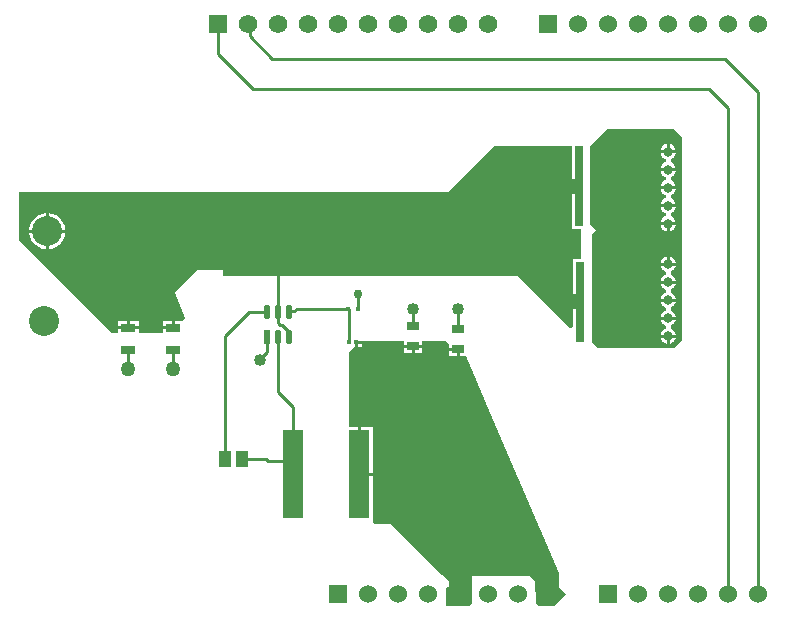
<source format=gbr>
%TF.GenerationSoftware,Altium Limited,Altium Designer,25.5.2 (35)*%
G04 Layer_Physical_Order=1*
G04 Layer_Color=255*
%FSLAX45Y45*%
%MOMM*%
%TF.SameCoordinates,BFD2D179-1F78-4762-B65C-0EBC3C109862*%
%TF.FilePolarity,Positive*%
%TF.FileFunction,Copper,L1,Top,Signal*%
%TF.Part,Single*%
G01*
G75*
%TA.AperFunction,SMDPad,CuDef*%
%ADD10R,0.45000X0.45000*%
%ADD11R,0.45000X0.35000*%
%ADD12R,1.80000X7.50000*%
%ADD13R,1.30000X0.70000*%
G04:AMPARAMS|DCode=14|XSize=1.25439mm|YSize=0.53213mm|CornerRadius=0.26606mm|HoleSize=0mm|Usage=FLASHONLY|Rotation=90.000|XOffset=0mm|YOffset=0mm|HoleType=Round|Shape=RoundedRectangle|*
%AMROUNDEDRECTD14*
21,1,1.25439,0.00000,0,0,90.0*
21,1,0.72226,0.53213,0,0,90.0*
1,1,0.53213,0.00000,0.36113*
1,1,0.53213,0.00000,-0.36113*
1,1,0.53213,0.00000,-0.36113*
1,1,0.53213,0.00000,0.36113*
%
%ADD14ROUNDEDRECTD14*%
%ADD15R,0.53213X1.25439*%
%ADD16R,1.10464X1.35620*%
%ADD17R,0.70000X6.76000*%
%ADD18R,3.90000X6.76000*%
%ADD19R,1.05000X0.65000*%
%TA.AperFunction,Conductor*%
%ADD20C,0.25400*%
%TA.AperFunction,ComponentPad*%
%ADD21R,1.53000X1.53000*%
%ADD22C,1.53000*%
%ADD23C,1.57000*%
%ADD24R,1.57000X1.57000*%
%TA.AperFunction,ViaPad*%
%ADD25C,2.54000*%
%ADD26C,1.01600*%
%ADD27C,0.81280*%
%ADD28C,0.76200*%
%ADD29C,1.27000*%
G36*
X4770400Y3771900D02*
X4830800D01*
Y3644900D01*
X4770400D01*
Y3345000D01*
X4851400D01*
Y3093900D01*
X4783100D01*
Y2794000D01*
X4843500D01*
Y2667000D01*
X4783100D01*
Y2514487D01*
X4759634Y2504766D01*
X4318000Y2946400D01*
X1816100D01*
Y2997200D01*
X1600200D01*
X1409700Y2806700D01*
X1493473Y2591285D01*
X1475400Y2568400D01*
X1409700D01*
Y2508000D01*
X1397000D01*
Y2495300D01*
X1306600D01*
Y2463800D01*
X1106400D01*
Y2495300D01*
X1016000D01*
X925600D01*
Y2463800D01*
X876300D01*
X88900Y3251200D01*
Y3657600D01*
X3721100D01*
X4114800Y4051300D01*
X4770400D01*
Y3771900D01*
D02*
G37*
G36*
X5702300Y4127500D02*
Y2400300D01*
X5638800Y2336800D01*
X4991100D01*
X4940300Y2387600D01*
Y3302000D01*
X4978400Y3340100D01*
X4927600Y3390900D01*
Y4051300D01*
X5067300Y4191000D01*
X5638800D01*
X5702300Y4127500D01*
D02*
G37*
G36*
X3006999Y2400300D02*
X3351100D01*
Y2366100D01*
X3506900D01*
Y2400300D01*
X3708400D01*
X3732100Y2376600D01*
Y2340700D01*
X3810000D01*
Y2328000D01*
X3822700D01*
Y2270100D01*
X3873057D01*
X4130071Y1670400D01*
X4660900Y431800D01*
Y317500D01*
X4724400Y254000D01*
X4622800Y152400D01*
X4495800D01*
X4470400Y177800D01*
Y266700D01*
X4457700Y279400D01*
Y368300D01*
X4419600Y406400D01*
X3924300D01*
Y177800D01*
X3913779Y152400D01*
X3708400D01*
Y304800D01*
X3721100Y317500D01*
X3733800D01*
Y368300D01*
X3683000Y419100D01*
X3670300D01*
X3238500Y850900D01*
X3104575D01*
X3088400Y869600D01*
Y1257300D01*
X2973000D01*
Y1270000D01*
X2960300D01*
Y1670400D01*
X2882900D01*
Y2298700D01*
X2928900Y2344700D01*
X2933700D01*
Y2387600D01*
X2946400D01*
Y2400300D01*
X3006999D01*
D01*
D02*
G37*
%LPC*%
G36*
X345210Y3479800D02*
X342900D01*
Y3340100D01*
X482600D01*
Y3342410D01*
X476743Y3371854D01*
X465255Y3399589D01*
X448577Y3424549D01*
X427349Y3445777D01*
X402389Y3462455D01*
X374654Y3473943D01*
X345210Y3479800D01*
D02*
G37*
G36*
X317500D02*
X315190D01*
X285746Y3473943D01*
X258011Y3462455D01*
X233051Y3445777D01*
X211823Y3424549D01*
X195145Y3399589D01*
X183657Y3371854D01*
X177800Y3342410D01*
Y3340100D01*
X317500D01*
Y3479800D01*
D02*
G37*
G36*
X482600Y3314700D02*
X342900D01*
Y3175000D01*
X345210D01*
X374654Y3180857D01*
X402389Y3192345D01*
X427349Y3209023D01*
X448577Y3230251D01*
X465255Y3255211D01*
X476743Y3282946D01*
X482600Y3312390D01*
Y3314700D01*
D02*
G37*
G36*
X317500D02*
X177800D01*
Y3312390D01*
X183657Y3282946D01*
X195145Y3255211D01*
X211823Y3230251D01*
X233051Y3209023D01*
X258011Y3192345D01*
X285746Y3180857D01*
X315190Y3175000D01*
X317500D01*
Y3314700D01*
D02*
G37*
G36*
X1106400Y2568400D02*
X1028700D01*
Y2520700D01*
X1106400D01*
Y2568400D01*
D02*
G37*
G36*
X1384300D02*
X1306600D01*
Y2520700D01*
X1384300D01*
Y2568400D01*
D02*
G37*
G36*
X1003300D02*
X925600D01*
Y2520700D01*
X1003300D01*
Y2568400D01*
D02*
G37*
G36*
X5600700Y4065467D02*
Y4013200D01*
X5652967D01*
X5649540Y4025990D01*
X5640845Y4041050D01*
X5628550Y4053345D01*
X5613490Y4062040D01*
X5600700Y4065467D01*
D02*
G37*
G36*
X5575300D02*
X5562510Y4062040D01*
X5547450Y4053345D01*
X5535155Y4041050D01*
X5526460Y4025990D01*
X5523033Y4013200D01*
X5575300D01*
Y4065467D01*
D02*
G37*
G36*
X5652967Y3987800D02*
X5523033D01*
X5526460Y3975010D01*
X5535155Y3959950D01*
X5547450Y3947655D01*
X5562510Y3938960D01*
X5568154Y3937448D01*
Y3911152D01*
X5562510Y3909640D01*
X5547450Y3900945D01*
X5535155Y3888650D01*
X5526460Y3873590D01*
X5523033Y3860800D01*
X5652967D01*
X5649540Y3873590D01*
X5640845Y3888650D01*
X5628550Y3900945D01*
X5613490Y3909640D01*
X5607846Y3911152D01*
Y3937448D01*
X5613490Y3938960D01*
X5628550Y3947655D01*
X5640845Y3959950D01*
X5649540Y3975010D01*
X5652967Y3987800D01*
D02*
G37*
G36*
Y3835400D02*
X5523033D01*
X5526460Y3822610D01*
X5535155Y3807550D01*
X5547450Y3795255D01*
X5562510Y3786560D01*
X5568154Y3785048D01*
Y3758752D01*
X5562510Y3757240D01*
X5547450Y3748545D01*
X5535155Y3736250D01*
X5526460Y3721190D01*
X5523033Y3708400D01*
X5652967D01*
X5649540Y3721190D01*
X5640845Y3736250D01*
X5628550Y3748545D01*
X5613490Y3757240D01*
X5607846Y3758752D01*
Y3785048D01*
X5613490Y3786560D01*
X5628550Y3795255D01*
X5640845Y3807550D01*
X5649540Y3822610D01*
X5652967Y3835400D01*
D02*
G37*
G36*
Y3683000D02*
X5523033D01*
X5526460Y3670210D01*
X5535155Y3655150D01*
X5547450Y3642855D01*
X5562510Y3634160D01*
X5568154Y3632648D01*
Y3606352D01*
X5562510Y3604840D01*
X5547450Y3596145D01*
X5535155Y3583850D01*
X5526460Y3568790D01*
X5523033Y3556000D01*
X5652967D01*
X5649540Y3568790D01*
X5640845Y3583850D01*
X5628550Y3596145D01*
X5613490Y3604840D01*
X5607846Y3606352D01*
Y3632648D01*
X5613490Y3634160D01*
X5628550Y3642855D01*
X5640845Y3655150D01*
X5649540Y3670210D01*
X5652967Y3683000D01*
D02*
G37*
G36*
Y3530600D02*
X5523033D01*
X5526460Y3517810D01*
X5535155Y3502750D01*
X5547450Y3490455D01*
X5562510Y3481760D01*
X5568154Y3480248D01*
Y3453952D01*
X5562510Y3452440D01*
X5547450Y3443745D01*
X5535155Y3431450D01*
X5526460Y3416390D01*
X5523033Y3403600D01*
X5652967D01*
X5649540Y3416390D01*
X5640845Y3431450D01*
X5628550Y3443745D01*
X5613490Y3452440D01*
X5607846Y3453952D01*
Y3480248D01*
X5613490Y3481760D01*
X5628550Y3490455D01*
X5640845Y3502750D01*
X5649540Y3517810D01*
X5652967Y3530600D01*
D02*
G37*
G36*
Y3378200D02*
X5600700D01*
Y3325933D01*
X5613490Y3329360D01*
X5628550Y3338055D01*
X5640845Y3350350D01*
X5649540Y3365410D01*
X5652967Y3378200D01*
D02*
G37*
G36*
X5575300D02*
X5523033D01*
X5526460Y3365410D01*
X5535155Y3350350D01*
X5547450Y3338055D01*
X5562510Y3329360D01*
X5575300Y3325933D01*
Y3378200D01*
D02*
G37*
G36*
X5600700Y3112967D02*
Y3060700D01*
X5652967D01*
X5649540Y3073490D01*
X5640845Y3088550D01*
X5628550Y3100845D01*
X5613490Y3109540D01*
X5600700Y3112967D01*
D02*
G37*
G36*
X5575300D02*
X5562510Y3109540D01*
X5547450Y3100845D01*
X5535155Y3088550D01*
X5526460Y3073490D01*
X5523033Y3060700D01*
X5575300D01*
Y3112967D01*
D02*
G37*
G36*
X5652967Y3035300D02*
X5523033D01*
X5526460Y3022510D01*
X5535155Y3007450D01*
X5547450Y2995155D01*
X5562510Y2986460D01*
X5568154Y2984948D01*
Y2958652D01*
X5562510Y2957140D01*
X5547450Y2948445D01*
X5535155Y2936150D01*
X5526460Y2921090D01*
X5523033Y2908300D01*
X5652967D01*
X5649540Y2921090D01*
X5640845Y2936150D01*
X5628550Y2948445D01*
X5613490Y2957140D01*
X5607846Y2958652D01*
Y2984948D01*
X5613490Y2986460D01*
X5628550Y2995155D01*
X5640845Y3007450D01*
X5649540Y3022510D01*
X5652967Y3035300D01*
D02*
G37*
G36*
Y2882900D02*
X5523033D01*
X5526460Y2870110D01*
X5535155Y2855050D01*
X5547450Y2842755D01*
X5562510Y2834060D01*
X5568154Y2832548D01*
Y2806252D01*
X5562510Y2804740D01*
X5547450Y2796045D01*
X5535155Y2783750D01*
X5526460Y2768690D01*
X5523033Y2755900D01*
X5652967D01*
X5649540Y2768690D01*
X5640845Y2783750D01*
X5628550Y2796045D01*
X5613490Y2804740D01*
X5607846Y2806252D01*
Y2832548D01*
X5613490Y2834060D01*
X5628550Y2842755D01*
X5640845Y2855050D01*
X5649540Y2870110D01*
X5652967Y2882900D01*
D02*
G37*
G36*
Y2730500D02*
X5523033D01*
X5526460Y2717710D01*
X5535155Y2702650D01*
X5547450Y2690355D01*
X5562510Y2681660D01*
X5568154Y2680148D01*
Y2653852D01*
X5562510Y2652340D01*
X5547450Y2643645D01*
X5535155Y2631350D01*
X5526460Y2616290D01*
X5523033Y2603500D01*
X5652967D01*
X5649540Y2616290D01*
X5640845Y2631350D01*
X5628550Y2643645D01*
X5613490Y2652340D01*
X5607846Y2653852D01*
Y2680148D01*
X5613490Y2681660D01*
X5628550Y2690355D01*
X5640845Y2702650D01*
X5649540Y2717710D01*
X5652967Y2730500D01*
D02*
G37*
G36*
Y2578100D02*
X5523033D01*
X5526460Y2565310D01*
X5535155Y2550250D01*
X5547450Y2537955D01*
X5562510Y2529260D01*
X5568154Y2527748D01*
Y2501452D01*
X5562510Y2499940D01*
X5547450Y2491245D01*
X5535155Y2478950D01*
X5526460Y2463890D01*
X5523033Y2451100D01*
X5652967D01*
X5649540Y2463890D01*
X5640845Y2478950D01*
X5628550Y2491245D01*
X5613490Y2499940D01*
X5607846Y2501452D01*
Y2527748D01*
X5613490Y2529260D01*
X5628550Y2537955D01*
X5640845Y2550250D01*
X5649540Y2565310D01*
X5652967Y2578100D01*
D02*
G37*
G36*
Y2425700D02*
X5600700D01*
Y2373433D01*
X5613490Y2376860D01*
X5628550Y2385555D01*
X5640845Y2397850D01*
X5649540Y2412910D01*
X5652967Y2425700D01*
D02*
G37*
G36*
X5575300D02*
X5523033D01*
X5526460Y2412910D01*
X5535155Y2397850D01*
X5547450Y2385555D01*
X5562510Y2376860D01*
X5575300Y2373433D01*
Y2425700D01*
D02*
G37*
G36*
X2994300Y2374900D02*
X2959100D01*
Y2344700D01*
X2994300D01*
Y2374900D01*
D02*
G37*
G36*
X3506900Y2340700D02*
X3441700D01*
Y2295500D01*
X3506900D01*
Y2340700D01*
D02*
G37*
G36*
X3416300D02*
X3351100D01*
Y2295500D01*
X3416300D01*
Y2340700D01*
D02*
G37*
G36*
X3797300Y2315300D02*
X3732100D01*
Y2270100D01*
X3797300D01*
Y2315300D01*
D02*
G37*
G36*
X3088400Y1670400D02*
X2985700D01*
Y1282700D01*
X3088400D01*
Y1670400D01*
D02*
G37*
%LPD*%
D10*
X2880999Y2667000D02*
D03*
X2960999D02*
D03*
D11*
X2881400Y2387600D02*
D03*
X2946400D02*
D03*
D12*
X2413000Y1270000D02*
D03*
X2973000D02*
D03*
D13*
X1397000Y2508000D02*
D03*
Y2318000D02*
D03*
X1016000Y2508000D02*
D03*
Y2318000D02*
D03*
D14*
X2191000Y2645029D02*
D03*
X2286000D02*
D03*
X2381000D02*
D03*
Y2434971D02*
D03*
X2286000D02*
D03*
D15*
X2191000D02*
D03*
D16*
X1834422Y1397000D02*
D03*
X1975578D02*
D03*
D17*
X4843500Y2730500D02*
D03*
X5443500D02*
D03*
X4830800Y3708400D02*
D03*
X5430800D02*
D03*
D18*
X5143500Y2730500D02*
D03*
X5130800Y3708400D02*
D03*
D19*
X3429000Y2353400D02*
D03*
Y2523400D02*
D03*
X3810000Y2328000D02*
D03*
Y2498000D02*
D03*
D20*
X2413000Y1270000D02*
Y1841500D01*
Y1270000D02*
Y1307000D01*
X2133600Y2246124D02*
X2191000Y2303523D01*
Y2434971D01*
X2133600Y2235200D02*
Y2246124D01*
X2880999Y2667000D02*
X2881199Y2666799D01*
X2425700Y2654300D02*
X2438400Y2667000D01*
X2880999D01*
X3810000Y2498000D02*
Y2667000D01*
X3429000Y2523400D02*
Y2667000D01*
X2959100Y2794000D02*
X2960049Y2793051D01*
Y2667949D02*
Y2793051D01*
Y2667949D02*
X2960999Y2667000D01*
X1397000Y2159000D02*
Y2318000D01*
X1016000Y2247900D02*
Y2318000D01*
X1013821Y2161179D02*
Y2245721D01*
X1016000Y2247900D01*
X1013821Y2161179D02*
X1016000Y2159000D01*
X2044598Y4978502D02*
Y5067402D01*
Y4978502D02*
X2235200Y4787900D01*
X2032000Y5080000D02*
X2044598Y5067402D01*
X6096000Y254000D02*
Y4368800D01*
X5930900Y4533900D02*
X6096000Y4368800D01*
X2070100Y4533900D02*
X5930900D01*
X1778000Y4826000D02*
X2070100Y4533900D01*
X1778000Y4826000D02*
Y5080000D01*
X6350000Y254000D02*
Y4508500D01*
X6070600Y4787900D02*
X6350000Y4508500D01*
X2235200Y4787900D02*
X6070600D01*
X2390271Y2654300D02*
X2425700D01*
X2381000Y2645029D02*
X2390271Y2654300D01*
X2247900Y3022600D02*
X2250079Y3024779D01*
X2271121D01*
X2286000Y3009900D01*
Y2645029D02*
Y3009900D01*
X1834422Y1397000D02*
Y2444022D01*
X2035429Y2645029D01*
X2191000D01*
X2335700Y1384300D02*
X2413000Y1307000D01*
X2197100Y1384300D02*
X2335700D01*
X2184400Y1397000D02*
X2197100Y1384300D01*
X1975578Y1397000D02*
X2184400D01*
X2286000Y1968500D02*
X2413000Y1841500D01*
X2286000Y1968500D02*
Y2434971D01*
X2381000D02*
Y2471083D01*
X2316293Y2535790D02*
X2381000Y2471083D01*
X2300879Y2535790D02*
X2316293D01*
X2286000Y2550669D02*
X2300879Y2535790D01*
X2286000Y2550669D02*
Y2645029D01*
X2881199Y2387800D02*
Y2666799D01*
Y2387800D02*
X2881400Y2387600D01*
D21*
X4572000Y5080000D02*
D03*
X5080000Y254000D02*
D03*
X2794000D02*
D03*
D22*
X4826000Y5080000D02*
D03*
X5080000D02*
D03*
X5334000D02*
D03*
X5588000D02*
D03*
X5842000D02*
D03*
X6096000D02*
D03*
X6350000D02*
D03*
X5334000Y254000D02*
D03*
X5588000D02*
D03*
X5842000D02*
D03*
X6096000D02*
D03*
X6350000D02*
D03*
X3048000D02*
D03*
X3302000D02*
D03*
X3556000D02*
D03*
X3810000D02*
D03*
X4572000D02*
D03*
X4064000D02*
D03*
X4318000D02*
D03*
D23*
X4064000Y5080000D02*
D03*
X3810000D02*
D03*
X3556000D02*
D03*
X3302000D02*
D03*
X3048000D02*
D03*
X2794000D02*
D03*
X2286000D02*
D03*
X2032000D02*
D03*
X2540000D02*
D03*
D24*
X1778000D02*
D03*
D25*
X304800Y2565400D02*
D03*
X330200Y3327400D02*
D03*
D26*
X3810000Y2667000D02*
D03*
X2133600Y2235200D02*
D03*
X3429000Y2667000D02*
D03*
D27*
X5588000Y2438400D02*
D03*
Y2743200D02*
D03*
Y3390900D02*
D03*
Y3048000D02*
D03*
Y2895600D02*
D03*
Y3543300D02*
D03*
Y3848100D02*
D03*
Y2590800D02*
D03*
Y4000500D02*
D03*
Y3695700D02*
D03*
D28*
X2959100Y2794000D02*
D03*
D29*
X1397000Y2159000D02*
D03*
X1016000D02*
D03*
%TF.MD5,52c3348f4087d672fb9adfe4086fbb92*%
M02*

</source>
